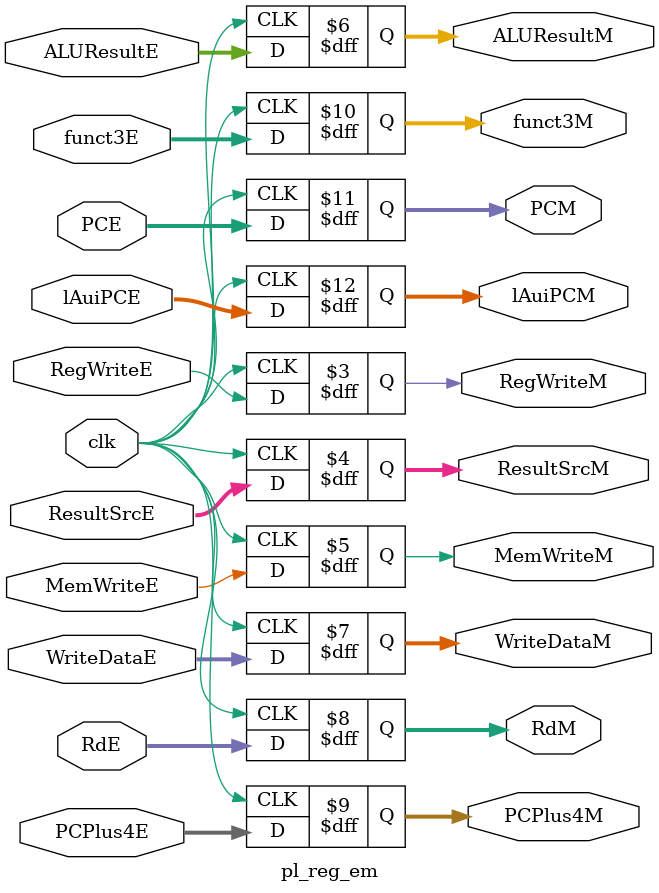
<source format=v>


module pl_reg_em (
    input             clk,
    input             RegWriteE,
    input [1:0]       ResultSrcE,
    input             MemWriteE,
    input [31:0]      ALUResultE,
    input [31:0]      WriteDataE,
    input [4:0]       RdE,
    input [31:0]      PCPlus4E,
	 input[2:0]        funct3E,
	 input[31:0]       PCE,
	 input [31:0]      lAuiPCE,
    output reg        RegWriteM,
    output reg[1:0]   ResultSrcM,
    output reg        MemWriteM,
    output reg[31:0]  ALUResultM,
    output reg[31:0]  WriteDataM,
    output reg[4:0]   RdM,
    output reg[31:0]  PCPlus4M,
	 output reg[2:0]   funct3M,
	 output reg[31:0]  PCM,
	 output reg[31:0]  lAuiPCM
	 
    );

initial begin
    {RegWriteM,ResultSrcM,MemWriteM,ALUResultM,WriteDataM,RdM,PCPlus4M,funct3M,PCM,lAuiPCM}<=0;
end

always @(posedge clk) begin
    {RegWriteM,ResultSrcM,MemWriteM,ALUResultM,WriteDataM,RdM,PCPlus4M,funct3M,PCM,lAuiPCM}<={RegWriteE,ResultSrcE,MemWriteE,ALUResultE,WriteDataE,RdE,PCPlus4E,funct3E,PCE,lAuiPCE};      
end

endmodule

</source>
